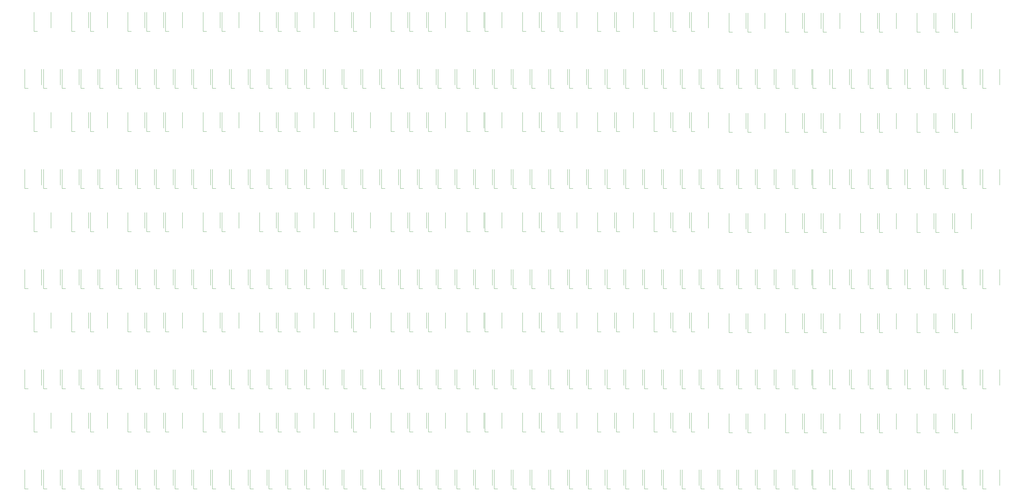
<source format=gbr>
G04 #@! TF.GenerationSoftware,KiCad,Pcbnew,(5.1.5)-3*
G04 #@! TF.CreationDate,2020-04-10T18:57:11+09:00*
G04 #@! TF.ProjectId,APA102_MENZUKE5,41504131-3032-45f4-9d45-4e5a554b4535,rev?*
G04 #@! TF.SameCoordinates,Original*
G04 #@! TF.FileFunction,Other,ECO1*
%FSLAX46Y46*%
G04 Gerber Fmt 4.6, Leading zero omitted, Abs format (unit mm)*
G04 Created by KiCad (PCBNEW (5.1.5)-3) date 2020-04-10 18:57:11*
%MOMM*%
%LPD*%
G04 APERTURE LIST*
%ADD10C,0.120000*%
G04 APERTURE END LIST*
D10*
X212300000Y-197100000D02*
X212300000Y-191000000D01*
X213400000Y-197100000D02*
X212300000Y-197100000D01*
X217700000Y-191000000D02*
X217700000Y-196000000D01*
X212300000Y-165100000D02*
X212300000Y-159000000D01*
X213400000Y-165100000D02*
X212300000Y-165100000D01*
X217700000Y-159000000D02*
X217700000Y-164000000D01*
X212300000Y-133100000D02*
X212300000Y-127000000D01*
X213400000Y-133100000D02*
X212300000Y-133100000D01*
X217700000Y-127000000D02*
X217700000Y-132000000D01*
X212300000Y-101100000D02*
X212300000Y-95000000D01*
X213400000Y-101100000D02*
X212300000Y-101100000D01*
X217700000Y-95000000D02*
X217700000Y-100000000D01*
X197300000Y-178850000D02*
X197300000Y-172750000D01*
X198400000Y-178850000D02*
X197300000Y-178850000D01*
X202700000Y-172750000D02*
X202700000Y-177750000D01*
X197300000Y-146850000D02*
X197300000Y-140750000D01*
X198400000Y-146850000D02*
X197300000Y-146850000D01*
X202700000Y-140750000D02*
X202700000Y-145750000D01*
X197300000Y-114850000D02*
X197300000Y-108750000D01*
X198400000Y-114850000D02*
X197300000Y-114850000D01*
X202700000Y-108750000D02*
X202700000Y-113750000D01*
X197300000Y-82850000D02*
X197300000Y-76750000D01*
X198400000Y-82850000D02*
X197300000Y-82850000D01*
X202700000Y-76750000D02*
X202700000Y-81750000D01*
X220700000Y-172750000D02*
X220700000Y-177750000D01*
X216400000Y-178850000D02*
X215300000Y-178850000D01*
X215300000Y-178850000D02*
X215300000Y-172750000D01*
X220700000Y-140750000D02*
X220700000Y-145750000D01*
X216400000Y-146850000D02*
X215300000Y-146850000D01*
X215300000Y-146850000D02*
X215300000Y-140750000D01*
X220700000Y-108750000D02*
X220700000Y-113750000D01*
X216400000Y-114850000D02*
X215300000Y-114850000D01*
X215300000Y-114850000D02*
X215300000Y-108750000D01*
X220700000Y-76750000D02*
X220700000Y-81750000D01*
X216400000Y-82850000D02*
X215300000Y-82850000D01*
X215300000Y-82850000D02*
X215300000Y-76750000D01*
X242300000Y-197100000D02*
X242300000Y-191000000D01*
X243400000Y-197100000D02*
X242300000Y-197100000D01*
X247700000Y-191000000D02*
X247700000Y-196000000D01*
X242300000Y-165100000D02*
X242300000Y-159000000D01*
X243400000Y-165100000D02*
X242300000Y-165100000D01*
X247700000Y-159000000D02*
X247700000Y-164000000D01*
X242300000Y-133100000D02*
X242300000Y-127000000D01*
X243400000Y-133100000D02*
X242300000Y-133100000D01*
X247700000Y-127000000D02*
X247700000Y-132000000D01*
X242300000Y-101100000D02*
X242300000Y-95000000D01*
X243400000Y-101100000D02*
X242300000Y-101100000D01*
X247700000Y-95000000D02*
X247700000Y-100000000D01*
X224300000Y-197100000D02*
X224300000Y-191000000D01*
X225400000Y-197100000D02*
X224300000Y-197100000D01*
X229700000Y-191000000D02*
X229700000Y-196000000D01*
X224300000Y-165100000D02*
X224300000Y-159000000D01*
X225400000Y-165100000D02*
X224300000Y-165100000D01*
X229700000Y-159000000D02*
X229700000Y-164000000D01*
X224300000Y-133100000D02*
X224300000Y-127000000D01*
X225400000Y-133100000D02*
X224300000Y-133100000D01*
X229700000Y-127000000D02*
X229700000Y-132000000D01*
X224300000Y-101100000D02*
X224300000Y-95000000D01*
X225400000Y-101100000D02*
X224300000Y-101100000D01*
X229700000Y-95000000D02*
X229700000Y-100000000D01*
X235700000Y-191000000D02*
X235700000Y-196000000D01*
X231400000Y-197100000D02*
X230300000Y-197100000D01*
X230300000Y-197100000D02*
X230300000Y-191000000D01*
X235700000Y-159000000D02*
X235700000Y-164000000D01*
X231400000Y-165100000D02*
X230300000Y-165100000D01*
X230300000Y-165100000D02*
X230300000Y-159000000D01*
X235700000Y-127000000D02*
X235700000Y-132000000D01*
X231400000Y-133100000D02*
X230300000Y-133100000D01*
X230300000Y-133100000D02*
X230300000Y-127000000D01*
X235700000Y-95000000D02*
X235700000Y-100000000D01*
X231400000Y-101100000D02*
X230300000Y-101100000D01*
X230300000Y-101100000D02*
X230300000Y-95000000D01*
X239300000Y-178850000D02*
X239300000Y-172750000D01*
X240400000Y-178850000D02*
X239300000Y-178850000D01*
X244700000Y-172750000D02*
X244700000Y-177750000D01*
X239300000Y-146850000D02*
X239300000Y-140750000D01*
X240400000Y-146850000D02*
X239300000Y-146850000D01*
X244700000Y-140750000D02*
X244700000Y-145750000D01*
X239300000Y-114850000D02*
X239300000Y-108750000D01*
X240400000Y-114850000D02*
X239300000Y-114850000D01*
X244700000Y-108750000D02*
X244700000Y-113750000D01*
X239300000Y-82850000D02*
X239300000Y-76750000D01*
X240400000Y-82850000D02*
X239300000Y-82850000D01*
X244700000Y-76750000D02*
X244700000Y-81750000D01*
X248300000Y-197100000D02*
X248300000Y-191000000D01*
X249400000Y-197100000D02*
X248300000Y-197100000D01*
X253700000Y-191000000D02*
X253700000Y-196000000D01*
X248300000Y-165100000D02*
X248300000Y-159000000D01*
X249400000Y-165100000D02*
X248300000Y-165100000D01*
X253700000Y-159000000D02*
X253700000Y-164000000D01*
X248300000Y-133100000D02*
X248300000Y-127000000D01*
X249400000Y-133100000D02*
X248300000Y-133100000D01*
X253700000Y-127000000D02*
X253700000Y-132000000D01*
X248300000Y-101100000D02*
X248300000Y-95000000D01*
X249400000Y-101100000D02*
X248300000Y-101100000D01*
X253700000Y-95000000D02*
X253700000Y-100000000D01*
X256700000Y-172750000D02*
X256700000Y-177750000D01*
X252400000Y-178850000D02*
X251300000Y-178850000D01*
X251300000Y-178850000D02*
X251300000Y-172750000D01*
X256700000Y-140750000D02*
X256700000Y-145750000D01*
X252400000Y-146850000D02*
X251300000Y-146850000D01*
X251300000Y-146850000D02*
X251300000Y-140750000D01*
X256700000Y-108750000D02*
X256700000Y-113750000D01*
X252400000Y-114850000D02*
X251300000Y-114850000D01*
X251300000Y-114850000D02*
X251300000Y-108750000D01*
X256700000Y-76750000D02*
X256700000Y-81750000D01*
X252400000Y-82850000D02*
X251300000Y-82850000D01*
X251300000Y-82850000D02*
X251300000Y-76750000D01*
X254300000Y-197100000D02*
X254300000Y-191000000D01*
X255400000Y-197100000D02*
X254300000Y-197100000D01*
X259700000Y-191000000D02*
X259700000Y-196000000D01*
X254300000Y-165100000D02*
X254300000Y-159000000D01*
X255400000Y-165100000D02*
X254300000Y-165100000D01*
X259700000Y-159000000D02*
X259700000Y-164000000D01*
X254300000Y-133100000D02*
X254300000Y-127000000D01*
X255400000Y-133100000D02*
X254300000Y-133100000D01*
X259700000Y-127000000D02*
X259700000Y-132000000D01*
X254300000Y-101100000D02*
X254300000Y-95000000D01*
X255400000Y-101100000D02*
X254300000Y-101100000D01*
X259700000Y-95000000D02*
X259700000Y-100000000D01*
X262700000Y-172750000D02*
X262700000Y-177750000D01*
X258400000Y-178850000D02*
X257300000Y-178850000D01*
X257300000Y-178850000D02*
X257300000Y-172750000D01*
X262700000Y-140750000D02*
X262700000Y-145750000D01*
X258400000Y-146850000D02*
X257300000Y-146850000D01*
X257300000Y-146850000D02*
X257300000Y-140750000D01*
X262700000Y-108750000D02*
X262700000Y-113750000D01*
X258400000Y-114850000D02*
X257300000Y-114850000D01*
X257300000Y-114850000D02*
X257300000Y-108750000D01*
X262700000Y-76750000D02*
X262700000Y-81750000D01*
X258400000Y-82850000D02*
X257300000Y-82850000D01*
X257300000Y-82850000D02*
X257300000Y-76750000D01*
X214700000Y-172750000D02*
X214700000Y-177750000D01*
X210400000Y-178850000D02*
X209300000Y-178850000D01*
X209300000Y-178850000D02*
X209300000Y-172750000D01*
X214700000Y-140750000D02*
X214700000Y-145750000D01*
X210400000Y-146850000D02*
X209300000Y-146850000D01*
X209300000Y-146850000D02*
X209300000Y-140750000D01*
X214700000Y-108750000D02*
X214700000Y-113750000D01*
X210400000Y-114850000D02*
X209300000Y-114850000D01*
X209300000Y-114850000D02*
X209300000Y-108750000D01*
X214700000Y-76750000D02*
X214700000Y-81750000D01*
X210400000Y-82850000D02*
X209300000Y-82850000D01*
X209300000Y-82850000D02*
X209300000Y-76750000D01*
X205700000Y-191000000D02*
X205700000Y-196000000D01*
X201400000Y-197100000D02*
X200300000Y-197100000D01*
X200300000Y-197100000D02*
X200300000Y-191000000D01*
X205700000Y-159000000D02*
X205700000Y-164000000D01*
X201400000Y-165100000D02*
X200300000Y-165100000D01*
X200300000Y-165100000D02*
X200300000Y-159000000D01*
X205700000Y-127000000D02*
X205700000Y-132000000D01*
X201400000Y-133100000D02*
X200300000Y-133100000D01*
X200300000Y-133100000D02*
X200300000Y-127000000D01*
X205700000Y-95000000D02*
X205700000Y-100000000D01*
X201400000Y-101100000D02*
X200300000Y-101100000D01*
X200300000Y-101100000D02*
X200300000Y-95000000D01*
X218300000Y-197100000D02*
X218300000Y-191000000D01*
X219400000Y-197100000D02*
X218300000Y-197100000D01*
X223700000Y-191000000D02*
X223700000Y-196000000D01*
X218300000Y-165100000D02*
X218300000Y-159000000D01*
X219400000Y-165100000D02*
X218300000Y-165100000D01*
X223700000Y-159000000D02*
X223700000Y-164000000D01*
X218300000Y-133100000D02*
X218300000Y-127000000D01*
X219400000Y-133100000D02*
X218300000Y-133100000D01*
X223700000Y-127000000D02*
X223700000Y-132000000D01*
X218300000Y-101100000D02*
X218300000Y-95000000D01*
X219400000Y-101100000D02*
X218300000Y-101100000D01*
X223700000Y-95000000D02*
X223700000Y-100000000D01*
X226700000Y-172750000D02*
X226700000Y-177750000D01*
X222400000Y-178850000D02*
X221300000Y-178850000D01*
X221300000Y-178850000D02*
X221300000Y-172750000D01*
X226700000Y-140750000D02*
X226700000Y-145750000D01*
X222400000Y-146850000D02*
X221300000Y-146850000D01*
X221300000Y-146850000D02*
X221300000Y-140750000D01*
X226700000Y-108750000D02*
X226700000Y-113750000D01*
X222400000Y-114850000D02*
X221300000Y-114850000D01*
X221300000Y-114850000D02*
X221300000Y-108750000D01*
X226700000Y-76750000D02*
X226700000Y-81750000D01*
X222400000Y-82850000D02*
X221300000Y-82850000D01*
X221300000Y-82850000D02*
X221300000Y-76750000D01*
X233300000Y-178850000D02*
X233300000Y-172750000D01*
X234400000Y-178850000D02*
X233300000Y-178850000D01*
X238700000Y-172750000D02*
X238700000Y-177750000D01*
X233300000Y-146850000D02*
X233300000Y-140750000D01*
X234400000Y-146850000D02*
X233300000Y-146850000D01*
X238700000Y-140750000D02*
X238700000Y-145750000D01*
X233300000Y-114850000D02*
X233300000Y-108750000D01*
X234400000Y-114850000D02*
X233300000Y-114850000D01*
X238700000Y-108750000D02*
X238700000Y-113750000D01*
X233300000Y-82850000D02*
X233300000Y-76750000D01*
X234400000Y-82850000D02*
X233300000Y-82850000D01*
X238700000Y-76750000D02*
X238700000Y-81750000D01*
X241700000Y-191000000D02*
X241700000Y-196000000D01*
X237400000Y-197100000D02*
X236300000Y-197100000D01*
X236300000Y-197100000D02*
X236300000Y-191000000D01*
X241700000Y-159000000D02*
X241700000Y-164000000D01*
X237400000Y-165100000D02*
X236300000Y-165100000D01*
X236300000Y-165100000D02*
X236300000Y-159000000D01*
X241700000Y-127000000D02*
X241700000Y-132000000D01*
X237400000Y-133100000D02*
X236300000Y-133100000D01*
X236300000Y-133100000D02*
X236300000Y-127000000D01*
X241700000Y-95000000D02*
X241700000Y-100000000D01*
X237400000Y-101100000D02*
X236300000Y-101100000D01*
X236300000Y-101100000D02*
X236300000Y-95000000D01*
X211700000Y-191000000D02*
X211700000Y-196000000D01*
X207400000Y-197100000D02*
X206300000Y-197100000D01*
X206300000Y-197100000D02*
X206300000Y-191000000D01*
X211700000Y-159000000D02*
X211700000Y-164000000D01*
X207400000Y-165100000D02*
X206300000Y-165100000D01*
X206300000Y-165100000D02*
X206300000Y-159000000D01*
X211700000Y-127000000D02*
X211700000Y-132000000D01*
X207400000Y-133100000D02*
X206300000Y-133100000D01*
X206300000Y-133100000D02*
X206300000Y-127000000D01*
X211700000Y-95000000D02*
X211700000Y-100000000D01*
X207400000Y-101100000D02*
X206300000Y-101100000D01*
X206300000Y-101100000D02*
X206300000Y-95000000D01*
X55700000Y-191000000D02*
X55700000Y-196000000D01*
X51400000Y-197100000D02*
X50300000Y-197100000D01*
X50300000Y-197100000D02*
X50300000Y-191000000D01*
X55700000Y-159000000D02*
X55700000Y-164000000D01*
X51400000Y-165100000D02*
X50300000Y-165100000D01*
X50300000Y-165100000D02*
X50300000Y-159000000D01*
X55700000Y-127000000D02*
X55700000Y-132000000D01*
X51400000Y-133100000D02*
X50300000Y-133100000D01*
X50300000Y-133100000D02*
X50300000Y-127000000D01*
X55700000Y-95000000D02*
X55700000Y-100000000D01*
X51400000Y-101100000D02*
X50300000Y-101100000D01*
X50300000Y-101100000D02*
X50300000Y-95000000D01*
X53300000Y-178850000D02*
X53300000Y-172750000D01*
X54400000Y-178850000D02*
X53300000Y-178850000D01*
X58700000Y-172750000D02*
X58700000Y-177750000D01*
X53300000Y-146850000D02*
X53300000Y-140750000D01*
X54400000Y-146850000D02*
X53300000Y-146850000D01*
X58700000Y-140750000D02*
X58700000Y-145750000D01*
X53300000Y-114850000D02*
X53300000Y-108750000D01*
X54400000Y-114850000D02*
X53300000Y-114850000D01*
X58700000Y-108750000D02*
X58700000Y-113750000D01*
X53300000Y-82850000D02*
X53300000Y-76750000D01*
X54400000Y-82850000D02*
X53300000Y-82850000D01*
X58700000Y-76750000D02*
X58700000Y-81750000D01*
X61700000Y-191000000D02*
X61700000Y-196000000D01*
X57400000Y-197100000D02*
X56300000Y-197100000D01*
X56300000Y-197100000D02*
X56300000Y-191000000D01*
X61700000Y-159000000D02*
X61700000Y-164000000D01*
X57400000Y-165100000D02*
X56300000Y-165100000D01*
X56300000Y-165100000D02*
X56300000Y-159000000D01*
X61700000Y-127000000D02*
X61700000Y-132000000D01*
X57400000Y-133100000D02*
X56300000Y-133100000D01*
X56300000Y-133100000D02*
X56300000Y-127000000D01*
X61700000Y-95000000D02*
X61700000Y-100000000D01*
X57400000Y-101100000D02*
X56300000Y-101100000D01*
X56300000Y-101100000D02*
X56300000Y-95000000D01*
X68300000Y-197100000D02*
X68300000Y-191000000D01*
X69400000Y-197100000D02*
X68300000Y-197100000D01*
X73700000Y-191000000D02*
X73700000Y-196000000D01*
X68300000Y-165100000D02*
X68300000Y-159000000D01*
X69400000Y-165100000D02*
X68300000Y-165100000D01*
X73700000Y-159000000D02*
X73700000Y-164000000D01*
X68300000Y-133100000D02*
X68300000Y-127000000D01*
X69400000Y-133100000D02*
X68300000Y-133100000D01*
X73700000Y-127000000D02*
X73700000Y-132000000D01*
X68300000Y-101100000D02*
X68300000Y-95000000D01*
X69400000Y-101100000D02*
X68300000Y-101100000D01*
X73700000Y-95000000D02*
X73700000Y-100000000D01*
X62300000Y-197100000D02*
X62300000Y-191000000D01*
X63400000Y-197100000D02*
X62300000Y-197100000D01*
X67700000Y-191000000D02*
X67700000Y-196000000D01*
X62300000Y-165100000D02*
X62300000Y-159000000D01*
X63400000Y-165100000D02*
X62300000Y-165100000D01*
X67700000Y-159000000D02*
X67700000Y-164000000D01*
X62300000Y-133100000D02*
X62300000Y-127000000D01*
X63400000Y-133100000D02*
X62300000Y-133100000D01*
X67700000Y-127000000D02*
X67700000Y-132000000D01*
X62300000Y-101100000D02*
X62300000Y-95000000D01*
X63400000Y-101100000D02*
X62300000Y-101100000D01*
X67700000Y-95000000D02*
X67700000Y-100000000D01*
X70700000Y-172750000D02*
X70700000Y-177750000D01*
X66400000Y-178850000D02*
X65300000Y-178850000D01*
X65300000Y-178850000D02*
X65300000Y-172750000D01*
X70700000Y-140750000D02*
X70700000Y-145750000D01*
X66400000Y-146850000D02*
X65300000Y-146850000D01*
X65300000Y-146850000D02*
X65300000Y-140750000D01*
X70700000Y-108750000D02*
X70700000Y-113750000D01*
X66400000Y-114850000D02*
X65300000Y-114850000D01*
X65300000Y-114850000D02*
X65300000Y-108750000D01*
X70700000Y-76750000D02*
X70700000Y-81750000D01*
X66400000Y-82850000D02*
X65300000Y-82850000D01*
X65300000Y-82850000D02*
X65300000Y-76750000D01*
X110300000Y-197100000D02*
X110300000Y-191000000D01*
X111400000Y-197100000D02*
X110300000Y-197100000D01*
X115700000Y-191000000D02*
X115700000Y-196000000D01*
X110300000Y-165100000D02*
X110300000Y-159000000D01*
X111400000Y-165100000D02*
X110300000Y-165100000D01*
X115700000Y-159000000D02*
X115700000Y-164000000D01*
X110300000Y-133100000D02*
X110300000Y-127000000D01*
X111400000Y-133100000D02*
X110300000Y-133100000D01*
X115700000Y-127000000D02*
X115700000Y-132000000D01*
X110300000Y-101100000D02*
X110300000Y-95000000D01*
X111400000Y-101100000D02*
X110300000Y-101100000D01*
X115700000Y-95000000D02*
X115700000Y-100000000D01*
X86300000Y-197100000D02*
X86300000Y-191000000D01*
X87400000Y-197100000D02*
X86300000Y-197100000D01*
X91700000Y-191000000D02*
X91700000Y-196000000D01*
X86300000Y-165100000D02*
X86300000Y-159000000D01*
X87400000Y-165100000D02*
X86300000Y-165100000D01*
X91700000Y-159000000D02*
X91700000Y-164000000D01*
X86300000Y-133100000D02*
X86300000Y-127000000D01*
X87400000Y-133100000D02*
X86300000Y-133100000D01*
X91700000Y-127000000D02*
X91700000Y-132000000D01*
X86300000Y-101100000D02*
X86300000Y-95000000D01*
X87400000Y-101100000D02*
X86300000Y-101100000D01*
X91700000Y-95000000D02*
X91700000Y-100000000D01*
X116300000Y-197100000D02*
X116300000Y-191000000D01*
X117400000Y-197100000D02*
X116300000Y-197100000D01*
X121700000Y-191000000D02*
X121700000Y-196000000D01*
X116300000Y-165100000D02*
X116300000Y-159000000D01*
X117400000Y-165100000D02*
X116300000Y-165100000D01*
X121700000Y-159000000D02*
X121700000Y-164000000D01*
X116300000Y-133100000D02*
X116300000Y-127000000D01*
X117400000Y-133100000D02*
X116300000Y-133100000D01*
X121700000Y-127000000D02*
X121700000Y-132000000D01*
X116300000Y-101100000D02*
X116300000Y-95000000D01*
X117400000Y-101100000D02*
X116300000Y-101100000D01*
X121700000Y-95000000D02*
X121700000Y-100000000D01*
X76700000Y-172750000D02*
X76700000Y-177750000D01*
X72400000Y-178850000D02*
X71300000Y-178850000D01*
X71300000Y-178850000D02*
X71300000Y-172750000D01*
X76700000Y-140750000D02*
X76700000Y-145750000D01*
X72400000Y-146850000D02*
X71300000Y-146850000D01*
X71300000Y-146850000D02*
X71300000Y-140750000D01*
X76700000Y-108750000D02*
X76700000Y-113750000D01*
X72400000Y-114850000D02*
X71300000Y-114850000D01*
X71300000Y-114850000D02*
X71300000Y-108750000D01*
X76700000Y-76750000D02*
X76700000Y-81750000D01*
X72400000Y-82850000D02*
X71300000Y-82850000D01*
X71300000Y-82850000D02*
X71300000Y-76750000D01*
X74300000Y-197100000D02*
X74300000Y-191000000D01*
X75400000Y-197100000D02*
X74300000Y-197100000D01*
X79700000Y-191000000D02*
X79700000Y-196000000D01*
X74300000Y-165100000D02*
X74300000Y-159000000D01*
X75400000Y-165100000D02*
X74300000Y-165100000D01*
X79700000Y-159000000D02*
X79700000Y-164000000D01*
X74300000Y-133100000D02*
X74300000Y-127000000D01*
X75400000Y-133100000D02*
X74300000Y-133100000D01*
X79700000Y-127000000D02*
X79700000Y-132000000D01*
X74300000Y-101100000D02*
X74300000Y-95000000D01*
X75400000Y-101100000D02*
X74300000Y-101100000D01*
X79700000Y-95000000D02*
X79700000Y-100000000D01*
X85700000Y-191000000D02*
X85700000Y-196000000D01*
X81400000Y-197100000D02*
X80300000Y-197100000D01*
X80300000Y-197100000D02*
X80300000Y-191000000D01*
X85700000Y-159000000D02*
X85700000Y-164000000D01*
X81400000Y-165100000D02*
X80300000Y-165100000D01*
X80300000Y-165100000D02*
X80300000Y-159000000D01*
X85700000Y-127000000D02*
X85700000Y-132000000D01*
X81400000Y-133100000D02*
X80300000Y-133100000D01*
X80300000Y-133100000D02*
X80300000Y-127000000D01*
X85700000Y-95000000D02*
X85700000Y-100000000D01*
X81400000Y-101100000D02*
X80300000Y-101100000D01*
X80300000Y-101100000D02*
X80300000Y-95000000D01*
X95300000Y-178850000D02*
X95300000Y-172750000D01*
X96400000Y-178850000D02*
X95300000Y-178850000D01*
X100700000Y-172750000D02*
X100700000Y-177750000D01*
X95300000Y-146850000D02*
X95300000Y-140750000D01*
X96400000Y-146850000D02*
X95300000Y-146850000D01*
X100700000Y-140750000D02*
X100700000Y-145750000D01*
X95300000Y-114850000D02*
X95300000Y-108750000D01*
X96400000Y-114850000D02*
X95300000Y-114850000D01*
X100700000Y-108750000D02*
X100700000Y-113750000D01*
X95300000Y-82850000D02*
X95300000Y-76750000D01*
X96400000Y-82850000D02*
X95300000Y-82850000D01*
X100700000Y-76750000D02*
X100700000Y-81750000D01*
X112700000Y-172750000D02*
X112700000Y-177750000D01*
X108400000Y-178850000D02*
X107300000Y-178850000D01*
X107300000Y-178850000D02*
X107300000Y-172750000D01*
X112700000Y-140750000D02*
X112700000Y-145750000D01*
X108400000Y-146850000D02*
X107300000Y-146850000D01*
X107300000Y-146850000D02*
X107300000Y-140750000D01*
X112700000Y-108750000D02*
X112700000Y-113750000D01*
X108400000Y-114850000D02*
X107300000Y-114850000D01*
X107300000Y-114850000D02*
X107300000Y-108750000D01*
X112700000Y-76750000D02*
X112700000Y-81750000D01*
X108400000Y-82850000D02*
X107300000Y-82850000D01*
X107300000Y-82850000D02*
X107300000Y-76750000D01*
X103700000Y-191000000D02*
X103700000Y-196000000D01*
X99400000Y-197100000D02*
X98300000Y-197100000D01*
X98300000Y-197100000D02*
X98300000Y-191000000D01*
X103700000Y-159000000D02*
X103700000Y-164000000D01*
X99400000Y-165100000D02*
X98300000Y-165100000D01*
X98300000Y-165100000D02*
X98300000Y-159000000D01*
X103700000Y-127000000D02*
X103700000Y-132000000D01*
X99400000Y-133100000D02*
X98300000Y-133100000D01*
X98300000Y-133100000D02*
X98300000Y-127000000D01*
X103700000Y-95000000D02*
X103700000Y-100000000D01*
X99400000Y-101100000D02*
X98300000Y-101100000D01*
X98300000Y-101100000D02*
X98300000Y-95000000D01*
X83300000Y-178850000D02*
X83300000Y-172750000D01*
X84400000Y-178850000D02*
X83300000Y-178850000D01*
X88700000Y-172750000D02*
X88700000Y-177750000D01*
X83300000Y-146850000D02*
X83300000Y-140750000D01*
X84400000Y-146850000D02*
X83300000Y-146850000D01*
X88700000Y-140750000D02*
X88700000Y-145750000D01*
X83300000Y-114850000D02*
X83300000Y-108750000D01*
X84400000Y-114850000D02*
X83300000Y-114850000D01*
X88700000Y-108750000D02*
X88700000Y-113750000D01*
X83300000Y-82850000D02*
X83300000Y-76750000D01*
X84400000Y-82850000D02*
X83300000Y-82850000D01*
X88700000Y-76750000D02*
X88700000Y-81750000D01*
X89300000Y-178850000D02*
X89300000Y-172750000D01*
X90400000Y-178850000D02*
X89300000Y-178850000D01*
X94700000Y-172750000D02*
X94700000Y-177750000D01*
X89300000Y-146850000D02*
X89300000Y-140750000D01*
X90400000Y-146850000D02*
X89300000Y-146850000D01*
X94700000Y-140750000D02*
X94700000Y-145750000D01*
X89300000Y-114850000D02*
X89300000Y-108750000D01*
X90400000Y-114850000D02*
X89300000Y-114850000D01*
X94700000Y-108750000D02*
X94700000Y-113750000D01*
X89300000Y-82850000D02*
X89300000Y-76750000D01*
X90400000Y-82850000D02*
X89300000Y-82850000D01*
X94700000Y-76750000D02*
X94700000Y-81750000D01*
X104300000Y-197100000D02*
X104300000Y-191000000D01*
X105400000Y-197100000D02*
X104300000Y-197100000D01*
X109700000Y-191000000D02*
X109700000Y-196000000D01*
X104300000Y-165100000D02*
X104300000Y-159000000D01*
X105400000Y-165100000D02*
X104300000Y-165100000D01*
X109700000Y-159000000D02*
X109700000Y-164000000D01*
X104300000Y-133100000D02*
X104300000Y-127000000D01*
X105400000Y-133100000D02*
X104300000Y-133100000D01*
X109700000Y-127000000D02*
X109700000Y-132000000D01*
X104300000Y-101100000D02*
X104300000Y-95000000D01*
X105400000Y-101100000D02*
X104300000Y-101100000D01*
X109700000Y-95000000D02*
X109700000Y-100000000D01*
X118700000Y-172750000D02*
X118700000Y-177750000D01*
X114400000Y-178850000D02*
X113300000Y-178850000D01*
X113300000Y-178850000D02*
X113300000Y-172750000D01*
X118700000Y-140750000D02*
X118700000Y-145750000D01*
X114400000Y-146850000D02*
X113300000Y-146850000D01*
X113300000Y-146850000D02*
X113300000Y-140750000D01*
X118700000Y-108750000D02*
X118700000Y-113750000D01*
X114400000Y-114850000D02*
X113300000Y-114850000D01*
X113300000Y-114850000D02*
X113300000Y-108750000D01*
X118700000Y-76750000D02*
X118700000Y-81750000D01*
X114400000Y-82850000D02*
X113300000Y-82850000D01*
X113300000Y-82850000D02*
X113300000Y-76750000D01*
X130700000Y-172750000D02*
X130700000Y-177750000D01*
X126400000Y-178850000D02*
X125300000Y-178850000D01*
X125300000Y-178850000D02*
X125300000Y-172750000D01*
X130700000Y-140750000D02*
X130700000Y-145750000D01*
X126400000Y-146850000D02*
X125300000Y-146850000D01*
X125300000Y-146850000D02*
X125300000Y-140750000D01*
X130700000Y-108750000D02*
X130700000Y-113750000D01*
X126400000Y-114850000D02*
X125300000Y-114850000D01*
X125300000Y-114850000D02*
X125300000Y-108750000D01*
X130700000Y-76750000D02*
X130700000Y-81750000D01*
X126400000Y-82850000D02*
X125300000Y-82850000D01*
X125300000Y-82850000D02*
X125300000Y-76750000D01*
X128300000Y-197100000D02*
X128300000Y-191000000D01*
X129400000Y-197100000D02*
X128300000Y-197100000D01*
X133700000Y-191000000D02*
X133700000Y-196000000D01*
X128300000Y-165100000D02*
X128300000Y-159000000D01*
X129400000Y-165100000D02*
X128300000Y-165100000D01*
X133700000Y-159000000D02*
X133700000Y-164000000D01*
X128300000Y-133100000D02*
X128300000Y-127000000D01*
X129400000Y-133100000D02*
X128300000Y-133100000D01*
X133700000Y-127000000D02*
X133700000Y-132000000D01*
X128300000Y-101100000D02*
X128300000Y-95000000D01*
X129400000Y-101100000D02*
X128300000Y-101100000D01*
X133700000Y-95000000D02*
X133700000Y-100000000D01*
X127700000Y-191000000D02*
X127700000Y-196000000D01*
X123400000Y-197100000D02*
X122300000Y-197100000D01*
X122300000Y-197100000D02*
X122300000Y-191000000D01*
X127700000Y-159000000D02*
X127700000Y-164000000D01*
X123400000Y-165100000D02*
X122300000Y-165100000D01*
X122300000Y-165100000D02*
X122300000Y-159000000D01*
X127700000Y-127000000D02*
X127700000Y-132000000D01*
X123400000Y-133100000D02*
X122300000Y-133100000D01*
X122300000Y-133100000D02*
X122300000Y-127000000D01*
X127700000Y-95000000D02*
X127700000Y-100000000D01*
X123400000Y-101100000D02*
X122300000Y-101100000D01*
X122300000Y-101100000D02*
X122300000Y-95000000D01*
X97700000Y-191000000D02*
X97700000Y-196000000D01*
X93400000Y-197100000D02*
X92300000Y-197100000D01*
X92300000Y-197100000D02*
X92300000Y-191000000D01*
X97700000Y-159000000D02*
X97700000Y-164000000D01*
X93400000Y-165100000D02*
X92300000Y-165100000D01*
X92300000Y-165100000D02*
X92300000Y-159000000D01*
X97700000Y-127000000D02*
X97700000Y-132000000D01*
X93400000Y-133100000D02*
X92300000Y-133100000D01*
X92300000Y-133100000D02*
X92300000Y-127000000D01*
X97700000Y-95000000D02*
X97700000Y-100000000D01*
X93400000Y-101100000D02*
X92300000Y-101100000D01*
X92300000Y-101100000D02*
X92300000Y-95000000D01*
X136700000Y-172750000D02*
X136700000Y-177750000D01*
X132400000Y-178850000D02*
X131300000Y-178850000D01*
X131300000Y-178850000D02*
X131300000Y-172750000D01*
X136700000Y-140750000D02*
X136700000Y-145750000D01*
X132400000Y-146850000D02*
X131300000Y-146850000D01*
X131300000Y-146850000D02*
X131300000Y-140750000D01*
X136700000Y-108750000D02*
X136700000Y-113750000D01*
X132400000Y-114850000D02*
X131300000Y-114850000D01*
X131300000Y-114850000D02*
X131300000Y-108750000D01*
X136700000Y-76750000D02*
X136700000Y-81750000D01*
X132400000Y-82850000D02*
X131300000Y-82850000D01*
X131300000Y-82850000D02*
X131300000Y-76750000D01*
X164300000Y-197100000D02*
X164300000Y-191000000D01*
X165400000Y-197100000D02*
X164300000Y-197100000D01*
X169700000Y-191000000D02*
X169700000Y-196000000D01*
X164300000Y-165100000D02*
X164300000Y-159000000D01*
X165400000Y-165100000D02*
X164300000Y-165100000D01*
X169700000Y-159000000D02*
X169700000Y-164000000D01*
X164300000Y-133100000D02*
X164300000Y-127000000D01*
X165400000Y-133100000D02*
X164300000Y-133100000D01*
X169700000Y-127000000D02*
X169700000Y-132000000D01*
X164300000Y-101100000D02*
X164300000Y-95000000D01*
X165400000Y-101100000D02*
X164300000Y-101100000D01*
X169700000Y-95000000D02*
X169700000Y-100000000D01*
X184700000Y-172750000D02*
X184700000Y-177750000D01*
X180400000Y-178850000D02*
X179300000Y-178850000D01*
X179300000Y-178850000D02*
X179300000Y-172750000D01*
X184700000Y-140750000D02*
X184700000Y-145750000D01*
X180400000Y-146850000D02*
X179300000Y-146850000D01*
X179300000Y-146850000D02*
X179300000Y-140750000D01*
X184700000Y-108750000D02*
X184700000Y-113750000D01*
X180400000Y-114850000D02*
X179300000Y-114850000D01*
X179300000Y-114850000D02*
X179300000Y-108750000D01*
X184700000Y-76750000D02*
X184700000Y-81750000D01*
X180400000Y-82850000D02*
X179300000Y-82850000D01*
X179300000Y-82850000D02*
X179300000Y-76750000D01*
X172700000Y-172750000D02*
X172700000Y-177750000D01*
X168400000Y-178850000D02*
X167300000Y-178850000D01*
X167300000Y-178850000D02*
X167300000Y-172750000D01*
X172700000Y-140750000D02*
X172700000Y-145750000D01*
X168400000Y-146850000D02*
X167300000Y-146850000D01*
X167300000Y-146850000D02*
X167300000Y-140750000D01*
X172700000Y-108750000D02*
X172700000Y-113750000D01*
X168400000Y-114850000D02*
X167300000Y-114850000D01*
X167300000Y-114850000D02*
X167300000Y-108750000D01*
X172700000Y-76750000D02*
X172700000Y-81750000D01*
X168400000Y-82850000D02*
X167300000Y-82850000D01*
X167300000Y-82850000D02*
X167300000Y-76750000D01*
X176300000Y-197100000D02*
X176300000Y-191000000D01*
X177400000Y-197100000D02*
X176300000Y-197100000D01*
X181700000Y-191000000D02*
X181700000Y-196000000D01*
X176300000Y-165100000D02*
X176300000Y-159000000D01*
X177400000Y-165100000D02*
X176300000Y-165100000D01*
X181700000Y-159000000D02*
X181700000Y-164000000D01*
X176300000Y-133100000D02*
X176300000Y-127000000D01*
X177400000Y-133100000D02*
X176300000Y-133100000D01*
X181700000Y-127000000D02*
X181700000Y-132000000D01*
X176300000Y-101100000D02*
X176300000Y-95000000D01*
X177400000Y-101100000D02*
X176300000Y-101100000D01*
X181700000Y-95000000D02*
X181700000Y-100000000D01*
X182300000Y-197100000D02*
X182300000Y-191000000D01*
X183400000Y-197100000D02*
X182300000Y-197100000D01*
X187700000Y-191000000D02*
X187700000Y-196000000D01*
X182300000Y-165100000D02*
X182300000Y-159000000D01*
X183400000Y-165100000D02*
X182300000Y-165100000D01*
X187700000Y-159000000D02*
X187700000Y-164000000D01*
X182300000Y-133100000D02*
X182300000Y-127000000D01*
X183400000Y-133100000D02*
X182300000Y-133100000D01*
X187700000Y-127000000D02*
X187700000Y-132000000D01*
X182300000Y-101100000D02*
X182300000Y-95000000D01*
X183400000Y-101100000D02*
X182300000Y-101100000D01*
X187700000Y-95000000D02*
X187700000Y-100000000D01*
X193700000Y-191000000D02*
X193700000Y-196000000D01*
X189400000Y-197100000D02*
X188300000Y-197100000D01*
X188300000Y-197100000D02*
X188300000Y-191000000D01*
X193700000Y-159000000D02*
X193700000Y-164000000D01*
X189400000Y-165100000D02*
X188300000Y-165100000D01*
X188300000Y-165100000D02*
X188300000Y-159000000D01*
X193700000Y-127000000D02*
X193700000Y-132000000D01*
X189400000Y-133100000D02*
X188300000Y-133100000D01*
X188300000Y-133100000D02*
X188300000Y-127000000D01*
X193700000Y-95000000D02*
X193700000Y-100000000D01*
X189400000Y-101100000D02*
X188300000Y-101100000D01*
X188300000Y-101100000D02*
X188300000Y-95000000D01*
X134300000Y-197100000D02*
X134300000Y-191000000D01*
X135400000Y-197100000D02*
X134300000Y-197100000D01*
X139700000Y-191000000D02*
X139700000Y-196000000D01*
X134300000Y-165100000D02*
X134300000Y-159000000D01*
X135400000Y-165100000D02*
X134300000Y-165100000D01*
X139700000Y-159000000D02*
X139700000Y-164000000D01*
X134300000Y-133100000D02*
X134300000Y-127000000D01*
X135400000Y-133100000D02*
X134300000Y-133100000D01*
X139700000Y-127000000D02*
X139700000Y-132000000D01*
X134300000Y-101100000D02*
X134300000Y-95000000D01*
X135400000Y-101100000D02*
X134300000Y-101100000D01*
X139700000Y-95000000D02*
X139700000Y-100000000D01*
X151700000Y-191000000D02*
X151700000Y-196000000D01*
X147400000Y-197100000D02*
X146300000Y-197100000D01*
X146300000Y-197100000D02*
X146300000Y-191000000D01*
X151700000Y-159000000D02*
X151700000Y-164000000D01*
X147400000Y-165100000D02*
X146300000Y-165100000D01*
X146300000Y-165100000D02*
X146300000Y-159000000D01*
X151700000Y-127000000D02*
X151700000Y-132000000D01*
X147400000Y-133100000D02*
X146300000Y-133100000D01*
X146300000Y-133100000D02*
X146300000Y-127000000D01*
X151700000Y-95000000D02*
X151700000Y-100000000D01*
X147400000Y-101100000D02*
X146300000Y-101100000D01*
X146300000Y-101100000D02*
X146300000Y-95000000D01*
X178700000Y-172750000D02*
X178700000Y-177750000D01*
X174400000Y-178850000D02*
X173300000Y-178850000D01*
X173300000Y-178850000D02*
X173300000Y-172750000D01*
X178700000Y-140750000D02*
X178700000Y-145750000D01*
X174400000Y-146850000D02*
X173300000Y-146850000D01*
X173300000Y-146850000D02*
X173300000Y-140750000D01*
X178700000Y-108750000D02*
X178700000Y-113750000D01*
X174400000Y-114850000D02*
X173300000Y-114850000D01*
X173300000Y-114850000D02*
X173300000Y-108750000D01*
X178700000Y-76750000D02*
X178700000Y-81750000D01*
X174400000Y-82850000D02*
X173300000Y-82850000D01*
X173300000Y-82850000D02*
X173300000Y-76750000D01*
X142700000Y-172750000D02*
X142700000Y-177750000D01*
X138400000Y-178850000D02*
X137300000Y-178850000D01*
X137300000Y-178850000D02*
X137300000Y-172750000D01*
X142700000Y-140750000D02*
X142700000Y-145750000D01*
X138400000Y-146850000D02*
X137300000Y-146850000D01*
X137300000Y-146850000D02*
X137300000Y-140750000D01*
X142700000Y-108750000D02*
X142700000Y-113750000D01*
X138400000Y-114850000D02*
X137300000Y-114850000D01*
X137300000Y-114850000D02*
X137300000Y-108750000D01*
X142700000Y-76750000D02*
X142700000Y-81750000D01*
X138400000Y-82850000D02*
X137300000Y-82850000D01*
X137300000Y-82850000D02*
X137300000Y-76750000D01*
X140300000Y-197100000D02*
X140300000Y-191000000D01*
X141400000Y-197100000D02*
X140300000Y-197100000D01*
X145700000Y-191000000D02*
X145700000Y-196000000D01*
X140300000Y-165100000D02*
X140300000Y-159000000D01*
X141400000Y-165100000D02*
X140300000Y-165100000D01*
X145700000Y-159000000D02*
X145700000Y-164000000D01*
X140300000Y-133100000D02*
X140300000Y-127000000D01*
X141400000Y-133100000D02*
X140300000Y-133100000D01*
X145700000Y-127000000D02*
X145700000Y-132000000D01*
X140300000Y-101100000D02*
X140300000Y-95000000D01*
X141400000Y-101100000D02*
X140300000Y-101100000D01*
X145700000Y-95000000D02*
X145700000Y-100000000D01*
X149300000Y-178850000D02*
X149300000Y-172750000D01*
X150400000Y-178850000D02*
X149300000Y-178850000D01*
X154700000Y-172750000D02*
X154700000Y-177750000D01*
X149300000Y-146850000D02*
X149300000Y-140750000D01*
X150400000Y-146850000D02*
X149300000Y-146850000D01*
X154700000Y-140750000D02*
X154700000Y-145750000D01*
X149300000Y-114850000D02*
X149300000Y-108750000D01*
X150400000Y-114850000D02*
X149300000Y-114850000D01*
X154700000Y-108750000D02*
X154700000Y-113750000D01*
X149300000Y-82850000D02*
X149300000Y-76750000D01*
X150400000Y-82850000D02*
X149300000Y-82850000D01*
X154700000Y-76750000D02*
X154700000Y-81750000D01*
X199700000Y-191000000D02*
X199700000Y-196000000D01*
X195400000Y-197100000D02*
X194300000Y-197100000D01*
X194300000Y-197100000D02*
X194300000Y-191000000D01*
X199700000Y-159000000D02*
X199700000Y-164000000D01*
X195400000Y-165100000D02*
X194300000Y-165100000D01*
X194300000Y-165100000D02*
X194300000Y-159000000D01*
X199700000Y-127000000D02*
X199700000Y-132000000D01*
X195400000Y-133100000D02*
X194300000Y-133100000D01*
X194300000Y-133100000D02*
X194300000Y-127000000D01*
X199700000Y-95000000D02*
X199700000Y-100000000D01*
X195400000Y-101100000D02*
X194300000Y-101100000D01*
X194300000Y-101100000D02*
X194300000Y-95000000D01*
X157700000Y-191000000D02*
X157700000Y-196000000D01*
X153400000Y-197100000D02*
X152300000Y-197100000D01*
X152300000Y-197100000D02*
X152300000Y-191000000D01*
X157700000Y-159000000D02*
X157700000Y-164000000D01*
X153400000Y-165100000D02*
X152300000Y-165100000D01*
X152300000Y-165100000D02*
X152300000Y-159000000D01*
X157700000Y-127000000D02*
X157700000Y-132000000D01*
X153400000Y-133100000D02*
X152300000Y-133100000D01*
X152300000Y-133100000D02*
X152300000Y-127000000D01*
X157700000Y-95000000D02*
X157700000Y-100000000D01*
X153400000Y-101100000D02*
X152300000Y-101100000D01*
X152300000Y-101100000D02*
X152300000Y-95000000D01*
X155300000Y-178850000D02*
X155300000Y-172750000D01*
X156400000Y-178850000D02*
X155300000Y-178850000D01*
X160700000Y-172750000D02*
X160700000Y-177750000D01*
X155300000Y-146850000D02*
X155300000Y-140750000D01*
X156400000Y-146850000D02*
X155300000Y-146850000D01*
X160700000Y-140750000D02*
X160700000Y-145750000D01*
X155300000Y-114850000D02*
X155300000Y-108750000D01*
X156400000Y-114850000D02*
X155300000Y-114850000D01*
X160700000Y-108750000D02*
X160700000Y-113750000D01*
X155300000Y-82850000D02*
X155300000Y-76750000D01*
X156400000Y-82850000D02*
X155300000Y-82850000D01*
X160700000Y-76750000D02*
X160700000Y-81750000D01*
X163700000Y-191000000D02*
X163700000Y-196000000D01*
X159400000Y-197100000D02*
X158300000Y-197100000D01*
X158300000Y-197100000D02*
X158300000Y-191000000D01*
X163700000Y-159000000D02*
X163700000Y-164000000D01*
X159400000Y-165100000D02*
X158300000Y-165100000D01*
X158300000Y-165100000D02*
X158300000Y-159000000D01*
X163700000Y-127000000D02*
X163700000Y-132000000D01*
X159400000Y-133100000D02*
X158300000Y-133100000D01*
X158300000Y-133100000D02*
X158300000Y-127000000D01*
X163700000Y-95000000D02*
X163700000Y-100000000D01*
X159400000Y-101100000D02*
X158300000Y-101100000D01*
X158300000Y-101100000D02*
X158300000Y-95000000D01*
X170300000Y-197100000D02*
X170300000Y-191000000D01*
X171400000Y-197100000D02*
X170300000Y-197100000D01*
X175700000Y-191000000D02*
X175700000Y-196000000D01*
X170300000Y-165100000D02*
X170300000Y-159000000D01*
X171400000Y-165100000D02*
X170300000Y-165100000D01*
X175700000Y-159000000D02*
X175700000Y-164000000D01*
X170300000Y-133100000D02*
X170300000Y-127000000D01*
X171400000Y-133100000D02*
X170300000Y-133100000D01*
X175700000Y-127000000D02*
X175700000Y-132000000D01*
X170300000Y-101100000D02*
X170300000Y-95000000D01*
X171400000Y-101100000D02*
X170300000Y-101100000D01*
X175700000Y-95000000D02*
X175700000Y-100000000D01*
X191550000Y-178850000D02*
X191550000Y-172750000D01*
X192650000Y-178850000D02*
X191550000Y-178850000D01*
X196950000Y-172750000D02*
X196950000Y-177750000D01*
X191550000Y-146850000D02*
X191550000Y-140750000D01*
X192650000Y-146850000D02*
X191550000Y-146850000D01*
X196950000Y-140750000D02*
X196950000Y-145750000D01*
X191550000Y-114850000D02*
X191550000Y-108750000D01*
X192650000Y-114850000D02*
X191550000Y-114850000D01*
X196950000Y-108750000D02*
X196950000Y-113750000D01*
X191550000Y-82850000D02*
X191550000Y-76750000D01*
X192650000Y-82850000D02*
X191550000Y-82850000D01*
X196950000Y-76750000D02*
X196950000Y-81750000D01*
X283700000Y-191000000D02*
X283700000Y-196000000D01*
X279400000Y-197100000D02*
X278300000Y-197100000D01*
X278300000Y-197100000D02*
X278300000Y-191000000D01*
X283700000Y-159000000D02*
X283700000Y-164000000D01*
X279400000Y-165100000D02*
X278300000Y-165100000D01*
X278300000Y-165100000D02*
X278300000Y-159000000D01*
X283700000Y-127000000D02*
X283700000Y-132000000D01*
X279400000Y-133100000D02*
X278300000Y-133100000D01*
X278300000Y-133100000D02*
X278300000Y-127000000D01*
X283700000Y-95000000D02*
X283700000Y-100000000D01*
X279400000Y-101100000D02*
X278300000Y-101100000D01*
X278300000Y-101100000D02*
X278300000Y-95000000D01*
X293300000Y-179100000D02*
X293300000Y-173000000D01*
X294400000Y-179100000D02*
X293300000Y-179100000D01*
X298700000Y-173000000D02*
X298700000Y-178000000D01*
X293300000Y-147100000D02*
X293300000Y-141000000D01*
X294400000Y-147100000D02*
X293300000Y-147100000D01*
X298700000Y-141000000D02*
X298700000Y-146000000D01*
X293300000Y-115100000D02*
X293300000Y-109000000D01*
X294400000Y-115100000D02*
X293300000Y-115100000D01*
X298700000Y-109000000D02*
X298700000Y-114000000D01*
X293300000Y-83100000D02*
X293300000Y-77000000D01*
X294400000Y-83100000D02*
X293300000Y-83100000D01*
X298700000Y-77000000D02*
X298700000Y-82000000D01*
X266300000Y-197100000D02*
X266300000Y-191000000D01*
X267400000Y-197100000D02*
X266300000Y-197100000D01*
X271700000Y-191000000D02*
X271700000Y-196000000D01*
X266300000Y-165100000D02*
X266300000Y-159000000D01*
X267400000Y-165100000D02*
X266300000Y-165100000D01*
X271700000Y-159000000D02*
X271700000Y-164000000D01*
X266300000Y-133100000D02*
X266300000Y-127000000D01*
X267400000Y-133100000D02*
X266300000Y-133100000D01*
X271700000Y-127000000D02*
X271700000Y-132000000D01*
X266300000Y-101100000D02*
X266300000Y-95000000D01*
X267400000Y-101100000D02*
X266300000Y-101100000D01*
X271700000Y-95000000D02*
X271700000Y-100000000D01*
X275300000Y-179100000D02*
X275300000Y-173000000D01*
X276400000Y-179100000D02*
X275300000Y-179100000D01*
X280700000Y-173000000D02*
X280700000Y-178000000D01*
X275300000Y-147100000D02*
X275300000Y-141000000D01*
X276400000Y-147100000D02*
X275300000Y-147100000D01*
X280700000Y-141000000D02*
X280700000Y-146000000D01*
X275300000Y-115100000D02*
X275300000Y-109000000D01*
X276400000Y-115100000D02*
X275300000Y-115100000D01*
X280700000Y-109000000D02*
X280700000Y-114000000D01*
X275300000Y-83100000D02*
X275300000Y-77000000D01*
X276400000Y-83100000D02*
X275300000Y-83100000D01*
X280700000Y-77000000D02*
X280700000Y-82000000D01*
X299300000Y-179100000D02*
X299300000Y-173000000D01*
X300400000Y-179100000D02*
X299300000Y-179100000D01*
X304700000Y-173000000D02*
X304700000Y-178000000D01*
X299300000Y-147100000D02*
X299300000Y-141000000D01*
X300400000Y-147100000D02*
X299300000Y-147100000D01*
X304700000Y-141000000D02*
X304700000Y-146000000D01*
X299300000Y-115100000D02*
X299300000Y-109000000D01*
X300400000Y-115100000D02*
X299300000Y-115100000D01*
X304700000Y-109000000D02*
X304700000Y-114000000D01*
X299300000Y-83100000D02*
X299300000Y-77000000D01*
X300400000Y-83100000D02*
X299300000Y-83100000D01*
X304700000Y-77000000D02*
X304700000Y-82000000D01*
X313700000Y-191000000D02*
X313700000Y-196000000D01*
X309400000Y-197100000D02*
X308300000Y-197100000D01*
X308300000Y-197100000D02*
X308300000Y-191000000D01*
X313700000Y-159000000D02*
X313700000Y-164000000D01*
X309400000Y-165100000D02*
X308300000Y-165100000D01*
X308300000Y-165100000D02*
X308300000Y-159000000D01*
X313700000Y-127000000D02*
X313700000Y-132000000D01*
X309400000Y-133100000D02*
X308300000Y-133100000D01*
X308300000Y-133100000D02*
X308300000Y-127000000D01*
X313700000Y-95000000D02*
X313700000Y-100000000D01*
X309400000Y-101100000D02*
X308300000Y-101100000D01*
X308300000Y-101100000D02*
X308300000Y-95000000D01*
X277700000Y-191000000D02*
X277700000Y-196000000D01*
X273400000Y-197100000D02*
X272300000Y-197100000D01*
X272300000Y-197100000D02*
X272300000Y-191000000D01*
X277700000Y-159000000D02*
X277700000Y-164000000D01*
X273400000Y-165100000D02*
X272300000Y-165100000D01*
X272300000Y-165100000D02*
X272300000Y-159000000D01*
X277700000Y-127000000D02*
X277700000Y-132000000D01*
X273400000Y-133100000D02*
X272300000Y-133100000D01*
X272300000Y-133100000D02*
X272300000Y-127000000D01*
X277700000Y-95000000D02*
X277700000Y-100000000D01*
X273400000Y-101100000D02*
X272300000Y-101100000D01*
X272300000Y-101100000D02*
X272300000Y-95000000D01*
X317300000Y-179100000D02*
X317300000Y-173000000D01*
X318400000Y-179100000D02*
X317300000Y-179100000D01*
X322700000Y-173000000D02*
X322700000Y-178000000D01*
X317300000Y-147100000D02*
X317300000Y-141000000D01*
X318400000Y-147100000D02*
X317300000Y-147100000D01*
X322700000Y-141000000D02*
X322700000Y-146000000D01*
X317300000Y-115100000D02*
X317300000Y-109000000D01*
X318400000Y-115100000D02*
X317300000Y-115100000D01*
X322700000Y-109000000D02*
X322700000Y-114000000D01*
X317300000Y-83100000D02*
X317300000Y-77000000D01*
X318400000Y-83100000D02*
X317300000Y-83100000D01*
X322700000Y-77000000D02*
X322700000Y-82000000D01*
X260300000Y-197100000D02*
X260300000Y-191000000D01*
X261400000Y-197100000D02*
X260300000Y-197100000D01*
X265700000Y-191000000D02*
X265700000Y-196000000D01*
X260300000Y-165100000D02*
X260300000Y-159000000D01*
X261400000Y-165100000D02*
X260300000Y-165100000D01*
X265700000Y-159000000D02*
X265700000Y-164000000D01*
X260300000Y-133100000D02*
X260300000Y-127000000D01*
X261400000Y-133100000D02*
X260300000Y-133100000D01*
X265700000Y-127000000D02*
X265700000Y-132000000D01*
X260300000Y-101100000D02*
X260300000Y-95000000D01*
X261400000Y-101100000D02*
X260300000Y-101100000D01*
X265700000Y-95000000D02*
X265700000Y-100000000D01*
X284300000Y-197100000D02*
X284300000Y-191000000D01*
X285400000Y-197100000D02*
X284300000Y-197100000D01*
X289700000Y-191000000D02*
X289700000Y-196000000D01*
X284300000Y-165100000D02*
X284300000Y-159000000D01*
X285400000Y-165100000D02*
X284300000Y-165100000D01*
X289700000Y-159000000D02*
X289700000Y-164000000D01*
X284300000Y-133100000D02*
X284300000Y-127000000D01*
X285400000Y-133100000D02*
X284300000Y-133100000D01*
X289700000Y-127000000D02*
X289700000Y-132000000D01*
X284300000Y-101100000D02*
X284300000Y-95000000D01*
X285400000Y-101100000D02*
X284300000Y-101100000D01*
X289700000Y-95000000D02*
X289700000Y-100000000D01*
X305300000Y-179100000D02*
X305300000Y-173000000D01*
X306400000Y-179100000D02*
X305300000Y-179100000D01*
X310700000Y-173000000D02*
X310700000Y-178000000D01*
X305300000Y-147100000D02*
X305300000Y-141000000D01*
X306400000Y-147100000D02*
X305300000Y-147100000D01*
X310700000Y-141000000D02*
X310700000Y-146000000D01*
X305300000Y-115100000D02*
X305300000Y-109000000D01*
X306400000Y-115100000D02*
X305300000Y-115100000D01*
X310700000Y-109000000D02*
X310700000Y-114000000D01*
X305300000Y-83100000D02*
X305300000Y-77000000D01*
X306400000Y-83100000D02*
X305300000Y-83100000D01*
X310700000Y-77000000D02*
X310700000Y-82000000D01*
X314300000Y-197100000D02*
X314300000Y-191000000D01*
X315400000Y-197100000D02*
X314300000Y-197100000D01*
X319700000Y-191000000D02*
X319700000Y-196000000D01*
X314300000Y-165100000D02*
X314300000Y-159000000D01*
X315400000Y-165100000D02*
X314300000Y-165100000D01*
X319700000Y-159000000D02*
X319700000Y-164000000D01*
X314300000Y-133100000D02*
X314300000Y-127000000D01*
X315400000Y-133100000D02*
X314300000Y-133100000D01*
X319700000Y-127000000D02*
X319700000Y-132000000D01*
X314300000Y-101100000D02*
X314300000Y-95000000D01*
X315400000Y-101100000D02*
X314300000Y-101100000D01*
X319700000Y-95000000D02*
X319700000Y-100000000D01*
X286700000Y-173000000D02*
X286700000Y-178000000D01*
X282400000Y-179100000D02*
X281300000Y-179100000D01*
X281300000Y-179100000D02*
X281300000Y-173000000D01*
X286700000Y-141000000D02*
X286700000Y-146000000D01*
X282400000Y-147100000D02*
X281300000Y-147100000D01*
X281300000Y-147100000D02*
X281300000Y-141000000D01*
X286700000Y-109000000D02*
X286700000Y-114000000D01*
X282400000Y-115100000D02*
X281300000Y-115100000D01*
X281300000Y-115100000D02*
X281300000Y-109000000D01*
X286700000Y-77000000D02*
X286700000Y-82000000D01*
X282400000Y-83100000D02*
X281300000Y-83100000D01*
X281300000Y-83100000D02*
X281300000Y-77000000D01*
X320300000Y-197100000D02*
X320300000Y-191000000D01*
X321400000Y-197100000D02*
X320300000Y-197100000D01*
X325700000Y-191000000D02*
X325700000Y-196000000D01*
X320300000Y-165100000D02*
X320300000Y-159000000D01*
X321400000Y-165100000D02*
X320300000Y-165100000D01*
X325700000Y-159000000D02*
X325700000Y-164000000D01*
X320300000Y-133100000D02*
X320300000Y-127000000D01*
X321400000Y-133100000D02*
X320300000Y-133100000D01*
X325700000Y-127000000D02*
X325700000Y-132000000D01*
X320300000Y-101100000D02*
X320300000Y-95000000D01*
X321400000Y-101100000D02*
X320300000Y-101100000D01*
X325700000Y-95000000D02*
X325700000Y-100000000D01*
X301700000Y-191000000D02*
X301700000Y-196000000D01*
X297400000Y-197100000D02*
X296300000Y-197100000D01*
X296300000Y-197100000D02*
X296300000Y-191000000D01*
X301700000Y-159000000D02*
X301700000Y-164000000D01*
X297400000Y-165100000D02*
X296300000Y-165100000D01*
X296300000Y-165100000D02*
X296300000Y-159000000D01*
X301700000Y-127000000D02*
X301700000Y-132000000D01*
X297400000Y-133100000D02*
X296300000Y-133100000D01*
X296300000Y-133100000D02*
X296300000Y-127000000D01*
X301700000Y-95000000D02*
X301700000Y-100000000D01*
X297400000Y-101100000D02*
X296300000Y-101100000D01*
X296300000Y-101100000D02*
X296300000Y-95000000D01*
X268700000Y-172750000D02*
X268700000Y-177750000D01*
X264400000Y-178850000D02*
X263300000Y-178850000D01*
X263300000Y-178850000D02*
X263300000Y-172750000D01*
X268700000Y-140750000D02*
X268700000Y-145750000D01*
X264400000Y-146850000D02*
X263300000Y-146850000D01*
X263300000Y-146850000D02*
X263300000Y-140750000D01*
X268700000Y-108750000D02*
X268700000Y-113750000D01*
X264400000Y-114850000D02*
X263300000Y-114850000D01*
X263300000Y-114850000D02*
X263300000Y-108750000D01*
X268700000Y-76750000D02*
X268700000Y-81750000D01*
X264400000Y-82850000D02*
X263300000Y-82850000D01*
X263300000Y-82850000D02*
X263300000Y-76750000D01*
X295700000Y-191000000D02*
X295700000Y-196000000D01*
X291400000Y-197100000D02*
X290300000Y-197100000D01*
X290300000Y-197100000D02*
X290300000Y-191000000D01*
X295700000Y-159000000D02*
X295700000Y-164000000D01*
X291400000Y-165100000D02*
X290300000Y-165100000D01*
X290300000Y-165100000D02*
X290300000Y-159000000D01*
X295700000Y-127000000D02*
X295700000Y-132000000D01*
X291400000Y-133100000D02*
X290300000Y-133100000D01*
X290300000Y-133100000D02*
X290300000Y-127000000D01*
X295700000Y-95000000D02*
X295700000Y-100000000D01*
X291400000Y-101100000D02*
X290300000Y-101100000D01*
X290300000Y-101100000D02*
X290300000Y-95000000D01*
X307450000Y-191000000D02*
X307450000Y-196000000D01*
X303150000Y-197100000D02*
X302050000Y-197100000D01*
X302050000Y-197100000D02*
X302050000Y-191000000D01*
X307450000Y-159000000D02*
X307450000Y-164000000D01*
X303150000Y-165100000D02*
X302050000Y-165100000D01*
X302050000Y-165100000D02*
X302050000Y-159000000D01*
X307450000Y-127000000D02*
X307450000Y-132000000D01*
X303150000Y-133100000D02*
X302050000Y-133100000D01*
X302050000Y-133100000D02*
X302050000Y-127000000D01*
X307450000Y-95000000D02*
X307450000Y-100000000D01*
X303150000Y-101100000D02*
X302050000Y-101100000D01*
X302050000Y-101100000D02*
X302050000Y-95000000D01*
X326050000Y-197100000D02*
X326050000Y-191000000D01*
X327150000Y-197100000D02*
X326050000Y-197100000D01*
X331450000Y-191000000D02*
X331450000Y-196000000D01*
X326050000Y-165100000D02*
X326050000Y-159000000D01*
X327150000Y-165100000D02*
X326050000Y-165100000D01*
X331450000Y-159000000D02*
X331450000Y-164000000D01*
X326050000Y-133100000D02*
X326050000Y-127000000D01*
X327150000Y-133100000D02*
X326050000Y-133100000D01*
X331450000Y-127000000D02*
X331450000Y-132000000D01*
X326050000Y-101100000D02*
X326050000Y-95000000D01*
X327150000Y-101100000D02*
X326050000Y-101100000D01*
X331450000Y-95000000D02*
X331450000Y-100000000D01*
X328700000Y-173000000D02*
X328700000Y-178000000D01*
X324400000Y-179100000D02*
X323300000Y-179100000D01*
X323300000Y-179100000D02*
X323300000Y-173000000D01*
X328700000Y-141000000D02*
X328700000Y-146000000D01*
X324400000Y-147100000D02*
X323300000Y-147100000D01*
X323300000Y-147100000D02*
X323300000Y-141000000D01*
X328700000Y-109000000D02*
X328700000Y-114000000D01*
X324400000Y-115100000D02*
X323300000Y-115100000D01*
X323300000Y-115100000D02*
X323300000Y-109000000D01*
X328700000Y-77000000D02*
X328700000Y-82000000D01*
X324400000Y-83100000D02*
X323300000Y-83100000D01*
X323300000Y-83100000D02*
X323300000Y-77000000D01*
X337700000Y-191000000D02*
X337700000Y-196000000D01*
X333400000Y-197100000D02*
X332300000Y-197100000D01*
X332300000Y-197100000D02*
X332300000Y-191000000D01*
X337700000Y-159000000D02*
X337700000Y-164000000D01*
X333400000Y-165100000D02*
X332300000Y-165100000D01*
X332300000Y-165100000D02*
X332300000Y-159000000D01*
X337700000Y-127000000D02*
X337700000Y-132000000D01*
X333400000Y-133100000D02*
X332300000Y-133100000D01*
X332300000Y-133100000D02*
X332300000Y-127000000D01*
X337700000Y-95000000D02*
X337700000Y-100000000D01*
X333400000Y-101100000D02*
X332300000Y-101100000D01*
X332300000Y-101100000D02*
X332300000Y-95000000D01*
X343700000Y-191000000D02*
X343700000Y-196000000D01*
X339400000Y-197100000D02*
X338300000Y-197100000D01*
X338300000Y-197100000D02*
X338300000Y-191000000D01*
X343700000Y-159000000D02*
X343700000Y-164000000D01*
X339400000Y-165100000D02*
X338300000Y-165100000D01*
X338300000Y-165100000D02*
X338300000Y-159000000D01*
X343700000Y-127000000D02*
X343700000Y-132000000D01*
X339400000Y-133100000D02*
X338300000Y-133100000D01*
X338300000Y-133100000D02*
X338300000Y-127000000D01*
X343700000Y-95000000D02*
X343700000Y-100000000D01*
X339400000Y-101100000D02*
X338300000Y-101100000D01*
X338300000Y-101100000D02*
X338300000Y-95000000D01*
X335300000Y-179100000D02*
X335300000Y-173000000D01*
X336400000Y-179100000D02*
X335300000Y-179100000D01*
X340700000Y-173000000D02*
X340700000Y-178000000D01*
X335300000Y-147100000D02*
X335300000Y-141000000D01*
X336400000Y-147100000D02*
X335300000Y-147100000D01*
X340700000Y-141000000D02*
X340700000Y-146000000D01*
X335300000Y-115100000D02*
X335300000Y-109000000D01*
X336400000Y-115100000D02*
X335300000Y-115100000D01*
X340700000Y-109000000D02*
X340700000Y-114000000D01*
X335300000Y-83100000D02*
X335300000Y-77000000D01*
X336400000Y-83100000D02*
X335300000Y-83100000D01*
X340700000Y-77000000D02*
X340700000Y-82000000D01*
X355450000Y-191000000D02*
X355450000Y-196000000D01*
X351150000Y-197100000D02*
X350050000Y-197100000D01*
X350050000Y-197100000D02*
X350050000Y-191000000D01*
X355450000Y-159000000D02*
X355450000Y-164000000D01*
X351150000Y-165100000D02*
X350050000Y-165100000D01*
X350050000Y-165100000D02*
X350050000Y-159000000D01*
X355450000Y-127000000D02*
X355450000Y-132000000D01*
X351150000Y-133100000D02*
X350050000Y-133100000D01*
X350050000Y-133100000D02*
X350050000Y-127000000D01*
X355450000Y-95000000D02*
X355450000Y-100000000D01*
X351150000Y-101100000D02*
X350050000Y-101100000D01*
X350050000Y-101100000D02*
X350050000Y-95000000D01*
X341300000Y-179100000D02*
X341300000Y-173000000D01*
X342400000Y-179100000D02*
X341300000Y-179100000D01*
X346700000Y-173000000D02*
X346700000Y-178000000D01*
X341300000Y-147100000D02*
X341300000Y-141000000D01*
X342400000Y-147100000D02*
X341300000Y-147100000D01*
X346700000Y-141000000D02*
X346700000Y-146000000D01*
X341300000Y-115100000D02*
X341300000Y-109000000D01*
X342400000Y-115100000D02*
X341300000Y-115100000D01*
X346700000Y-109000000D02*
X346700000Y-114000000D01*
X341300000Y-83100000D02*
X341300000Y-77000000D01*
X342400000Y-83100000D02*
X341300000Y-83100000D01*
X346700000Y-77000000D02*
X346700000Y-82000000D01*
X349700000Y-191000000D02*
X349700000Y-196000000D01*
X345400000Y-197100000D02*
X344300000Y-197100000D01*
X344300000Y-197100000D02*
X344300000Y-191000000D01*
X349700000Y-159000000D02*
X349700000Y-164000000D01*
X345400000Y-165100000D02*
X344300000Y-165100000D01*
X344300000Y-165100000D02*
X344300000Y-159000000D01*
X349700000Y-127000000D02*
X349700000Y-132000000D01*
X345400000Y-133100000D02*
X344300000Y-133100000D01*
X344300000Y-133100000D02*
X344300000Y-127000000D01*
X349700000Y-95000000D02*
X349700000Y-100000000D01*
X345400000Y-101100000D02*
X344300000Y-101100000D01*
X344300000Y-101100000D02*
X344300000Y-95000000D01*
X347300000Y-179100000D02*
X347300000Y-173000000D01*
X348400000Y-179100000D02*
X347300000Y-179100000D01*
X352700000Y-173000000D02*
X352700000Y-178000000D01*
X347300000Y-147100000D02*
X347300000Y-141000000D01*
X348400000Y-147100000D02*
X347300000Y-147100000D01*
X352700000Y-141000000D02*
X352700000Y-146000000D01*
X347300000Y-115100000D02*
X347300000Y-109000000D01*
X348400000Y-115100000D02*
X347300000Y-115100000D01*
X352700000Y-109000000D02*
X352700000Y-114000000D01*
X347300000Y-83100000D02*
X347300000Y-77000000D01*
X348400000Y-83100000D02*
X347300000Y-83100000D01*
X352700000Y-77000000D02*
X352700000Y-82000000D01*
X361700000Y-191000000D02*
X361700000Y-196000000D01*
X357400000Y-197100000D02*
X356300000Y-197100000D01*
X356300000Y-197100000D02*
X356300000Y-191000000D01*
X361700000Y-159000000D02*
X361700000Y-164000000D01*
X357400000Y-165100000D02*
X356300000Y-165100000D01*
X356300000Y-165100000D02*
X356300000Y-159000000D01*
X361700000Y-127000000D02*
X361700000Y-132000000D01*
X357400000Y-133100000D02*
X356300000Y-133100000D01*
X356300000Y-133100000D02*
X356300000Y-127000000D01*
X361700000Y-95000000D02*
X361700000Y-100000000D01*
X357400000Y-101100000D02*
X356300000Y-101100000D01*
X356300000Y-101100000D02*
X356300000Y-95000000D01*
X356300000Y-69100000D02*
X356300000Y-63000000D01*
X357400000Y-69100000D02*
X356300000Y-69100000D01*
X361700000Y-63000000D02*
X361700000Y-68000000D01*
X350050000Y-69100000D02*
X350050000Y-63000000D01*
X351150000Y-69100000D02*
X350050000Y-69100000D01*
X355450000Y-63000000D02*
X355450000Y-68000000D01*
X352700000Y-45000000D02*
X352700000Y-50000000D01*
X348400000Y-51100000D02*
X347300000Y-51100000D01*
X347300000Y-51100000D02*
X347300000Y-45000000D01*
X344300000Y-69100000D02*
X344300000Y-63000000D01*
X345400000Y-69100000D02*
X344300000Y-69100000D01*
X349700000Y-63000000D02*
X349700000Y-68000000D01*
X346700000Y-45000000D02*
X346700000Y-50000000D01*
X342400000Y-51100000D02*
X341300000Y-51100000D01*
X341300000Y-51100000D02*
X341300000Y-45000000D01*
X338300000Y-69100000D02*
X338300000Y-63000000D01*
X339400000Y-69100000D02*
X338300000Y-69100000D01*
X343700000Y-63000000D02*
X343700000Y-68000000D01*
X340700000Y-45000000D02*
X340700000Y-50000000D01*
X336400000Y-51100000D02*
X335300000Y-51100000D01*
X335300000Y-51100000D02*
X335300000Y-45000000D01*
X332300000Y-69100000D02*
X332300000Y-63000000D01*
X333400000Y-69100000D02*
X332300000Y-69100000D01*
X337700000Y-63000000D02*
X337700000Y-68000000D01*
X331450000Y-63000000D02*
X331450000Y-68000000D01*
X327150000Y-69100000D02*
X326050000Y-69100000D01*
X326050000Y-69100000D02*
X326050000Y-63000000D01*
X323300000Y-51100000D02*
X323300000Y-45000000D01*
X324400000Y-51100000D02*
X323300000Y-51100000D01*
X328700000Y-45000000D02*
X328700000Y-50000000D01*
X325700000Y-63000000D02*
X325700000Y-68000000D01*
X321400000Y-69100000D02*
X320300000Y-69100000D01*
X320300000Y-69100000D02*
X320300000Y-63000000D01*
X322700000Y-45000000D02*
X322700000Y-50000000D01*
X318400000Y-51100000D02*
X317300000Y-51100000D01*
X317300000Y-51100000D02*
X317300000Y-45000000D01*
X319700000Y-63000000D02*
X319700000Y-68000000D01*
X315400000Y-69100000D02*
X314300000Y-69100000D01*
X314300000Y-69100000D02*
X314300000Y-63000000D01*
X308300000Y-69100000D02*
X308300000Y-63000000D01*
X309400000Y-69100000D02*
X308300000Y-69100000D01*
X313700000Y-63000000D02*
X313700000Y-68000000D01*
X310700000Y-45000000D02*
X310700000Y-50000000D01*
X306400000Y-51100000D02*
X305300000Y-51100000D01*
X305300000Y-51100000D02*
X305300000Y-45000000D01*
X302050000Y-69100000D02*
X302050000Y-63000000D01*
X303150000Y-69100000D02*
X302050000Y-69100000D01*
X307450000Y-63000000D02*
X307450000Y-68000000D01*
X304700000Y-45000000D02*
X304700000Y-50000000D01*
X300400000Y-51100000D02*
X299300000Y-51100000D01*
X299300000Y-51100000D02*
X299300000Y-45000000D01*
X296300000Y-69100000D02*
X296300000Y-63000000D01*
X297400000Y-69100000D02*
X296300000Y-69100000D01*
X301700000Y-63000000D02*
X301700000Y-68000000D01*
X298700000Y-45000000D02*
X298700000Y-50000000D01*
X294400000Y-51100000D02*
X293300000Y-51100000D01*
X293300000Y-51100000D02*
X293300000Y-45000000D01*
X290300000Y-69100000D02*
X290300000Y-63000000D01*
X291400000Y-69100000D02*
X290300000Y-69100000D01*
X295700000Y-63000000D02*
X295700000Y-68000000D01*
X289700000Y-63000000D02*
X289700000Y-68000000D01*
X285400000Y-69100000D02*
X284300000Y-69100000D01*
X284300000Y-69100000D02*
X284300000Y-63000000D01*
X281300000Y-51100000D02*
X281300000Y-45000000D01*
X282400000Y-51100000D02*
X281300000Y-51100000D01*
X286700000Y-45000000D02*
X286700000Y-50000000D01*
X278300000Y-69100000D02*
X278300000Y-63000000D01*
X279400000Y-69100000D02*
X278300000Y-69100000D01*
X283700000Y-63000000D02*
X283700000Y-68000000D01*
X280700000Y-45000000D02*
X280700000Y-50000000D01*
X276400000Y-51100000D02*
X275300000Y-51100000D01*
X275300000Y-51100000D02*
X275300000Y-45000000D01*
X272300000Y-69100000D02*
X272300000Y-63000000D01*
X273400000Y-69100000D02*
X272300000Y-69100000D01*
X277700000Y-63000000D02*
X277700000Y-68000000D01*
X271700000Y-63000000D02*
X271700000Y-68000000D01*
X267400000Y-69100000D02*
X266300000Y-69100000D01*
X266300000Y-69100000D02*
X266300000Y-63000000D01*
X263300000Y-50850000D02*
X263300000Y-44750000D01*
X264400000Y-50850000D02*
X263300000Y-50850000D01*
X268700000Y-44750000D02*
X268700000Y-49750000D01*
X265700000Y-63000000D02*
X265700000Y-68000000D01*
X261400000Y-69100000D02*
X260300000Y-69100000D01*
X260300000Y-69100000D02*
X260300000Y-63000000D01*
X257300000Y-50850000D02*
X257300000Y-44750000D01*
X258400000Y-50850000D02*
X257300000Y-50850000D01*
X262700000Y-44750000D02*
X262700000Y-49750000D01*
X259700000Y-63000000D02*
X259700000Y-68000000D01*
X255400000Y-69100000D02*
X254300000Y-69100000D01*
X254300000Y-69100000D02*
X254300000Y-63000000D01*
X251300000Y-50850000D02*
X251300000Y-44750000D01*
X252400000Y-50850000D02*
X251300000Y-50850000D01*
X256700000Y-44750000D02*
X256700000Y-49750000D01*
X253700000Y-63000000D02*
X253700000Y-68000000D01*
X249400000Y-69100000D02*
X248300000Y-69100000D01*
X248300000Y-69100000D02*
X248300000Y-63000000D01*
X247700000Y-63000000D02*
X247700000Y-68000000D01*
X243400000Y-69100000D02*
X242300000Y-69100000D01*
X242300000Y-69100000D02*
X242300000Y-63000000D01*
X244700000Y-44750000D02*
X244700000Y-49750000D01*
X240400000Y-50850000D02*
X239300000Y-50850000D01*
X239300000Y-50850000D02*
X239300000Y-44750000D01*
X236300000Y-69100000D02*
X236300000Y-63000000D01*
X237400000Y-69100000D02*
X236300000Y-69100000D01*
X241700000Y-63000000D02*
X241700000Y-68000000D01*
X238700000Y-44750000D02*
X238700000Y-49750000D01*
X234400000Y-50850000D02*
X233300000Y-50850000D01*
X233300000Y-50850000D02*
X233300000Y-44750000D01*
X230300000Y-69100000D02*
X230300000Y-63000000D01*
X231400000Y-69100000D02*
X230300000Y-69100000D01*
X235700000Y-63000000D02*
X235700000Y-68000000D01*
X229700000Y-63000000D02*
X229700000Y-68000000D01*
X225400000Y-69100000D02*
X224300000Y-69100000D01*
X224300000Y-69100000D02*
X224300000Y-63000000D01*
X221300000Y-50850000D02*
X221300000Y-44750000D01*
X222400000Y-50850000D02*
X221300000Y-50850000D01*
X226700000Y-44750000D02*
X226700000Y-49750000D01*
X223700000Y-63000000D02*
X223700000Y-68000000D01*
X219400000Y-69100000D02*
X218300000Y-69100000D01*
X218300000Y-69100000D02*
X218300000Y-63000000D01*
X215300000Y-50850000D02*
X215300000Y-44750000D01*
X216400000Y-50850000D02*
X215300000Y-50850000D01*
X220700000Y-44750000D02*
X220700000Y-49750000D01*
X217700000Y-63000000D02*
X217700000Y-68000000D01*
X213400000Y-69100000D02*
X212300000Y-69100000D01*
X212300000Y-69100000D02*
X212300000Y-63000000D01*
X209300000Y-50850000D02*
X209300000Y-44750000D01*
X210400000Y-50850000D02*
X209300000Y-50850000D01*
X214700000Y-44750000D02*
X214700000Y-49750000D01*
X206300000Y-69100000D02*
X206300000Y-63000000D01*
X207400000Y-69100000D02*
X206300000Y-69100000D01*
X211700000Y-63000000D02*
X211700000Y-68000000D01*
X200300000Y-69100000D02*
X200300000Y-63000000D01*
X201400000Y-69100000D02*
X200300000Y-69100000D01*
X205700000Y-63000000D02*
X205700000Y-68000000D01*
X202700000Y-44750000D02*
X202700000Y-49750000D01*
X198400000Y-50850000D02*
X197300000Y-50850000D01*
X197300000Y-50850000D02*
X197300000Y-44750000D01*
X194300000Y-69100000D02*
X194300000Y-63000000D01*
X195400000Y-69100000D02*
X194300000Y-69100000D01*
X199700000Y-63000000D02*
X199700000Y-68000000D01*
X196950000Y-44750000D02*
X196950000Y-49750000D01*
X192650000Y-50850000D02*
X191550000Y-50850000D01*
X191550000Y-50850000D02*
X191550000Y-44750000D01*
X188300000Y-69100000D02*
X188300000Y-63000000D01*
X189400000Y-69100000D02*
X188300000Y-69100000D01*
X193700000Y-63000000D02*
X193700000Y-68000000D01*
X187700000Y-63000000D02*
X187700000Y-68000000D01*
X183400000Y-69100000D02*
X182300000Y-69100000D01*
X182300000Y-69100000D02*
X182300000Y-63000000D01*
X179300000Y-50850000D02*
X179300000Y-44750000D01*
X180400000Y-50850000D02*
X179300000Y-50850000D01*
X184700000Y-44750000D02*
X184700000Y-49750000D01*
X181700000Y-63000000D02*
X181700000Y-68000000D01*
X177400000Y-69100000D02*
X176300000Y-69100000D01*
X176300000Y-69100000D02*
X176300000Y-63000000D01*
X173300000Y-50850000D02*
X173300000Y-44750000D01*
X174400000Y-50850000D02*
X173300000Y-50850000D01*
X178700000Y-44750000D02*
X178700000Y-49750000D01*
X175700000Y-63000000D02*
X175700000Y-68000000D01*
X171400000Y-69100000D02*
X170300000Y-69100000D01*
X170300000Y-69100000D02*
X170300000Y-63000000D01*
X167300000Y-50850000D02*
X167300000Y-44750000D01*
X168400000Y-50850000D02*
X167300000Y-50850000D01*
X172700000Y-44750000D02*
X172700000Y-49750000D01*
X169700000Y-63000000D02*
X169700000Y-68000000D01*
X165400000Y-69100000D02*
X164300000Y-69100000D01*
X164300000Y-69100000D02*
X164300000Y-63000000D01*
X158300000Y-69100000D02*
X158300000Y-63000000D01*
X159400000Y-69100000D02*
X158300000Y-69100000D01*
X163700000Y-63000000D02*
X163700000Y-68000000D01*
X160700000Y-44750000D02*
X160700000Y-49750000D01*
X156400000Y-50850000D02*
X155300000Y-50850000D01*
X155300000Y-50850000D02*
X155300000Y-44750000D01*
X152300000Y-69100000D02*
X152300000Y-63000000D01*
X153400000Y-69100000D02*
X152300000Y-69100000D01*
X157700000Y-63000000D02*
X157700000Y-68000000D01*
X154700000Y-44750000D02*
X154700000Y-49750000D01*
X150400000Y-50850000D02*
X149300000Y-50850000D01*
X149300000Y-50850000D02*
X149300000Y-44750000D01*
X146300000Y-69100000D02*
X146300000Y-63000000D01*
X147400000Y-69100000D02*
X146300000Y-69100000D01*
X151700000Y-63000000D02*
X151700000Y-68000000D01*
X145700000Y-63000000D02*
X145700000Y-68000000D01*
X141400000Y-69100000D02*
X140300000Y-69100000D01*
X140300000Y-69100000D02*
X140300000Y-63000000D01*
X137300000Y-50850000D02*
X137300000Y-44750000D01*
X138400000Y-50850000D02*
X137300000Y-50850000D01*
X142700000Y-44750000D02*
X142700000Y-49750000D01*
X139700000Y-63000000D02*
X139700000Y-68000000D01*
X135400000Y-69100000D02*
X134300000Y-69100000D01*
X134300000Y-69100000D02*
X134300000Y-63000000D01*
X131300000Y-50850000D02*
X131300000Y-44750000D01*
X132400000Y-50850000D02*
X131300000Y-50850000D01*
X136700000Y-44750000D02*
X136700000Y-49750000D01*
X133700000Y-63000000D02*
X133700000Y-68000000D01*
X129400000Y-69100000D02*
X128300000Y-69100000D01*
X128300000Y-69100000D02*
X128300000Y-63000000D01*
X125300000Y-50850000D02*
X125300000Y-44750000D01*
X126400000Y-50850000D02*
X125300000Y-50850000D01*
X130700000Y-44750000D02*
X130700000Y-49750000D01*
X122300000Y-69100000D02*
X122300000Y-63000000D01*
X123400000Y-69100000D02*
X122300000Y-69100000D01*
X127700000Y-63000000D02*
X127700000Y-68000000D01*
X121700000Y-63000000D02*
X121700000Y-68000000D01*
X117400000Y-69100000D02*
X116300000Y-69100000D01*
X116300000Y-69100000D02*
X116300000Y-63000000D01*
X113300000Y-50850000D02*
X113300000Y-44750000D01*
X114400000Y-50850000D02*
X113300000Y-50850000D01*
X118700000Y-44750000D02*
X118700000Y-49750000D01*
X115700000Y-63000000D02*
X115700000Y-68000000D01*
X111400000Y-69100000D02*
X110300000Y-69100000D01*
X110300000Y-69100000D02*
X110300000Y-63000000D01*
X107300000Y-50850000D02*
X107300000Y-44750000D01*
X108400000Y-50850000D02*
X107300000Y-50850000D01*
X112700000Y-44750000D02*
X112700000Y-49750000D01*
X109700000Y-63000000D02*
X109700000Y-68000000D01*
X105400000Y-69100000D02*
X104300000Y-69100000D01*
X104300000Y-69100000D02*
X104300000Y-63000000D01*
X98300000Y-69100000D02*
X98300000Y-63000000D01*
X99400000Y-69100000D02*
X98300000Y-69100000D01*
X103700000Y-63000000D02*
X103700000Y-68000000D01*
X100700000Y-44750000D02*
X100700000Y-49750000D01*
X96400000Y-50850000D02*
X95300000Y-50850000D01*
X95300000Y-50850000D02*
X95300000Y-44750000D01*
X92300000Y-69100000D02*
X92300000Y-63000000D01*
X93400000Y-69100000D02*
X92300000Y-69100000D01*
X97700000Y-63000000D02*
X97700000Y-68000000D01*
X94700000Y-44750000D02*
X94700000Y-49750000D01*
X90400000Y-50850000D02*
X89300000Y-50850000D01*
X89300000Y-50850000D02*
X89300000Y-44750000D01*
X91700000Y-63000000D02*
X91700000Y-68000000D01*
X87400000Y-69100000D02*
X86300000Y-69100000D01*
X86300000Y-69100000D02*
X86300000Y-63000000D01*
X88700000Y-44750000D02*
X88700000Y-49750000D01*
X84400000Y-50850000D02*
X83300000Y-50850000D01*
X83300000Y-50850000D02*
X83300000Y-44750000D01*
X80300000Y-69100000D02*
X80300000Y-63000000D01*
X81400000Y-69100000D02*
X80300000Y-69100000D01*
X85700000Y-63000000D02*
X85700000Y-68000000D01*
X79700000Y-63000000D02*
X79700000Y-68000000D01*
X75400000Y-69100000D02*
X74300000Y-69100000D01*
X74300000Y-69100000D02*
X74300000Y-63000000D01*
X71300000Y-50850000D02*
X71300000Y-44750000D01*
X72400000Y-50850000D02*
X71300000Y-50850000D01*
X76700000Y-44750000D02*
X76700000Y-49750000D01*
X73700000Y-63000000D02*
X73700000Y-68000000D01*
X69400000Y-69100000D02*
X68300000Y-69100000D01*
X68300000Y-69100000D02*
X68300000Y-63000000D01*
X65300000Y-50850000D02*
X65300000Y-44750000D01*
X66400000Y-50850000D02*
X65300000Y-50850000D01*
X70700000Y-44750000D02*
X70700000Y-49750000D01*
X67700000Y-63000000D02*
X67700000Y-68000000D01*
X63400000Y-69100000D02*
X62300000Y-69100000D01*
X62300000Y-69100000D02*
X62300000Y-63000000D01*
X56300000Y-69100000D02*
X56300000Y-63000000D01*
X57400000Y-69100000D02*
X56300000Y-69100000D01*
X61700000Y-63000000D02*
X61700000Y-68000000D01*
X58700000Y-44750000D02*
X58700000Y-49750000D01*
X54400000Y-50850000D02*
X53300000Y-50850000D01*
X53300000Y-50850000D02*
X53300000Y-44750000D01*
X50300000Y-69100000D02*
X50300000Y-63000000D01*
X51400000Y-69100000D02*
X50300000Y-69100000D01*
X55700000Y-63000000D02*
X55700000Y-68000000D01*
M02*

</source>
